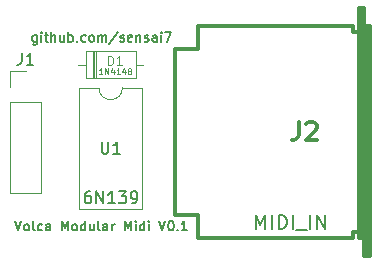
<source format=gbr>
G04 #@! TF.GenerationSoftware,KiCad,Pcbnew,(5.0.2)-1*
G04 #@! TF.CreationDate,2019-05-06T18:21:16+02:00*
G04 #@! TF.ProjectId,VolcaModularMidi,566f6c63-614d-46f6-9475-6c61724d6964,rev?*
G04 #@! TF.SameCoordinates,Original*
G04 #@! TF.FileFunction,Legend,Top*
G04 #@! TF.FilePolarity,Positive*
%FSLAX46Y46*%
G04 Gerber Fmt 4.6, Leading zero omitted, Abs format (unit mm)*
G04 Created by KiCad (PCBNEW (5.0.2)-1) date 06/05/2019 18:21:16*
%MOMM*%
%LPD*%
G01*
G04 APERTURE LIST*
%ADD10C,0.150000*%
%ADD11C,0.120000*%
%ADD12C,0.304800*%
%ADD13C,0.200000*%
%ADD14C,0.100000*%
G04 APERTURE END LIST*
D10*
X117985714Y-123161904D02*
X118252380Y-123961904D01*
X118519047Y-123161904D01*
X118900000Y-123961904D02*
X118823809Y-123923809D01*
X118785714Y-123885714D01*
X118747619Y-123809523D01*
X118747619Y-123580952D01*
X118785714Y-123504761D01*
X118823809Y-123466666D01*
X118900000Y-123428571D01*
X119014285Y-123428571D01*
X119090476Y-123466666D01*
X119128571Y-123504761D01*
X119166666Y-123580952D01*
X119166666Y-123809523D01*
X119128571Y-123885714D01*
X119090476Y-123923809D01*
X119014285Y-123961904D01*
X118900000Y-123961904D01*
X119623809Y-123961904D02*
X119547619Y-123923809D01*
X119509523Y-123847619D01*
X119509523Y-123161904D01*
X120271428Y-123923809D02*
X120195238Y-123961904D01*
X120042857Y-123961904D01*
X119966666Y-123923809D01*
X119928571Y-123885714D01*
X119890476Y-123809523D01*
X119890476Y-123580952D01*
X119928571Y-123504761D01*
X119966666Y-123466666D01*
X120042857Y-123428571D01*
X120195238Y-123428571D01*
X120271428Y-123466666D01*
X120957142Y-123961904D02*
X120957142Y-123542857D01*
X120919047Y-123466666D01*
X120842857Y-123428571D01*
X120690476Y-123428571D01*
X120614285Y-123466666D01*
X120957142Y-123923809D02*
X120880952Y-123961904D01*
X120690476Y-123961904D01*
X120614285Y-123923809D01*
X120576190Y-123847619D01*
X120576190Y-123771428D01*
X120614285Y-123695238D01*
X120690476Y-123657142D01*
X120880952Y-123657142D01*
X120957142Y-123619047D01*
X121947619Y-123961904D02*
X121947619Y-123161904D01*
X122214285Y-123733333D01*
X122480952Y-123161904D01*
X122480952Y-123961904D01*
X122976190Y-123961904D02*
X122900000Y-123923809D01*
X122861904Y-123885714D01*
X122823809Y-123809523D01*
X122823809Y-123580952D01*
X122861904Y-123504761D01*
X122900000Y-123466666D01*
X122976190Y-123428571D01*
X123090476Y-123428571D01*
X123166666Y-123466666D01*
X123204761Y-123504761D01*
X123242857Y-123580952D01*
X123242857Y-123809523D01*
X123204761Y-123885714D01*
X123166666Y-123923809D01*
X123090476Y-123961904D01*
X122976190Y-123961904D01*
X123928571Y-123961904D02*
X123928571Y-123161904D01*
X123928571Y-123923809D02*
X123852380Y-123961904D01*
X123700000Y-123961904D01*
X123623809Y-123923809D01*
X123585714Y-123885714D01*
X123547619Y-123809523D01*
X123547619Y-123580952D01*
X123585714Y-123504761D01*
X123623809Y-123466666D01*
X123700000Y-123428571D01*
X123852380Y-123428571D01*
X123928571Y-123466666D01*
X124652380Y-123428571D02*
X124652380Y-123961904D01*
X124309523Y-123428571D02*
X124309523Y-123847619D01*
X124347619Y-123923809D01*
X124423809Y-123961904D01*
X124538095Y-123961904D01*
X124614285Y-123923809D01*
X124652380Y-123885714D01*
X125147619Y-123961904D02*
X125071428Y-123923809D01*
X125033333Y-123847619D01*
X125033333Y-123161904D01*
X125795238Y-123961904D02*
X125795238Y-123542857D01*
X125757142Y-123466666D01*
X125680952Y-123428571D01*
X125528571Y-123428571D01*
X125452380Y-123466666D01*
X125795238Y-123923809D02*
X125719047Y-123961904D01*
X125528571Y-123961904D01*
X125452380Y-123923809D01*
X125414285Y-123847619D01*
X125414285Y-123771428D01*
X125452380Y-123695238D01*
X125528571Y-123657142D01*
X125719047Y-123657142D01*
X125795238Y-123619047D01*
X126176190Y-123961904D02*
X126176190Y-123428571D01*
X126176190Y-123580952D02*
X126214285Y-123504761D01*
X126252380Y-123466666D01*
X126328571Y-123428571D01*
X126404761Y-123428571D01*
X127280952Y-123961904D02*
X127280952Y-123161904D01*
X127547619Y-123733333D01*
X127814285Y-123161904D01*
X127814285Y-123961904D01*
X128195238Y-123961904D02*
X128195238Y-123428571D01*
X128195238Y-123161904D02*
X128157142Y-123200000D01*
X128195238Y-123238095D01*
X128233333Y-123200000D01*
X128195238Y-123161904D01*
X128195238Y-123238095D01*
X128919047Y-123961904D02*
X128919047Y-123161904D01*
X128919047Y-123923809D02*
X128842857Y-123961904D01*
X128690476Y-123961904D01*
X128614285Y-123923809D01*
X128576190Y-123885714D01*
X128538095Y-123809523D01*
X128538095Y-123580952D01*
X128576190Y-123504761D01*
X128614285Y-123466666D01*
X128690476Y-123428571D01*
X128842857Y-123428571D01*
X128919047Y-123466666D01*
X129300000Y-123961904D02*
X129300000Y-123428571D01*
X129300000Y-123161904D02*
X129261904Y-123200000D01*
X129300000Y-123238095D01*
X129338095Y-123200000D01*
X129300000Y-123161904D01*
X129300000Y-123238095D01*
X130176190Y-123161904D02*
X130442857Y-123961904D01*
X130709523Y-123161904D01*
X131128571Y-123161904D02*
X131204761Y-123161904D01*
X131280952Y-123200000D01*
X131319047Y-123238095D01*
X131357142Y-123314285D01*
X131395238Y-123466666D01*
X131395238Y-123657142D01*
X131357142Y-123809523D01*
X131319047Y-123885714D01*
X131280952Y-123923809D01*
X131204761Y-123961904D01*
X131128571Y-123961904D01*
X131052380Y-123923809D01*
X131014285Y-123885714D01*
X130976190Y-123809523D01*
X130938095Y-123657142D01*
X130938095Y-123466666D01*
X130976190Y-123314285D01*
X131014285Y-123238095D01*
X131052380Y-123200000D01*
X131128571Y-123161904D01*
X131738095Y-123885714D02*
X131776190Y-123923809D01*
X131738095Y-123961904D01*
X131700000Y-123923809D01*
X131738095Y-123885714D01*
X131738095Y-123961904D01*
X132538095Y-123961904D02*
X132080952Y-123961904D01*
X132309523Y-123961904D02*
X132309523Y-123161904D01*
X132233333Y-123276190D01*
X132157142Y-123352380D01*
X132080952Y-123390476D01*
X119833333Y-107428571D02*
X119833333Y-108076190D01*
X119795238Y-108152380D01*
X119757142Y-108190476D01*
X119680952Y-108228571D01*
X119566666Y-108228571D01*
X119490476Y-108190476D01*
X119833333Y-107923809D02*
X119757142Y-107961904D01*
X119604761Y-107961904D01*
X119528571Y-107923809D01*
X119490476Y-107885714D01*
X119452380Y-107809523D01*
X119452380Y-107580952D01*
X119490476Y-107504761D01*
X119528571Y-107466666D01*
X119604761Y-107428571D01*
X119757142Y-107428571D01*
X119833333Y-107466666D01*
X120214285Y-107961904D02*
X120214285Y-107428571D01*
X120214285Y-107161904D02*
X120176190Y-107200000D01*
X120214285Y-107238095D01*
X120252380Y-107200000D01*
X120214285Y-107161904D01*
X120214285Y-107238095D01*
X120480952Y-107428571D02*
X120785714Y-107428571D01*
X120595238Y-107161904D02*
X120595238Y-107847619D01*
X120633333Y-107923809D01*
X120709523Y-107961904D01*
X120785714Y-107961904D01*
X121052380Y-107961904D02*
X121052380Y-107161904D01*
X121395238Y-107961904D02*
X121395238Y-107542857D01*
X121357142Y-107466666D01*
X121280952Y-107428571D01*
X121166666Y-107428571D01*
X121090476Y-107466666D01*
X121052380Y-107504761D01*
X122119047Y-107428571D02*
X122119047Y-107961904D01*
X121776190Y-107428571D02*
X121776190Y-107847619D01*
X121814285Y-107923809D01*
X121890476Y-107961904D01*
X122004761Y-107961904D01*
X122080952Y-107923809D01*
X122119047Y-107885714D01*
X122500000Y-107961904D02*
X122500000Y-107161904D01*
X122500000Y-107466666D02*
X122576190Y-107428571D01*
X122728571Y-107428571D01*
X122804761Y-107466666D01*
X122842857Y-107504761D01*
X122880952Y-107580952D01*
X122880952Y-107809523D01*
X122842857Y-107885714D01*
X122804761Y-107923809D01*
X122728571Y-107961904D01*
X122576190Y-107961904D01*
X122500000Y-107923809D01*
X123223809Y-107885714D02*
X123261904Y-107923809D01*
X123223809Y-107961904D01*
X123185714Y-107923809D01*
X123223809Y-107885714D01*
X123223809Y-107961904D01*
X123947619Y-107923809D02*
X123871428Y-107961904D01*
X123719047Y-107961904D01*
X123642857Y-107923809D01*
X123604761Y-107885714D01*
X123566666Y-107809523D01*
X123566666Y-107580952D01*
X123604761Y-107504761D01*
X123642857Y-107466666D01*
X123719047Y-107428571D01*
X123871428Y-107428571D01*
X123947619Y-107466666D01*
X124404761Y-107961904D02*
X124328571Y-107923809D01*
X124290476Y-107885714D01*
X124252380Y-107809523D01*
X124252380Y-107580952D01*
X124290476Y-107504761D01*
X124328571Y-107466666D01*
X124404761Y-107428571D01*
X124519047Y-107428571D01*
X124595238Y-107466666D01*
X124633333Y-107504761D01*
X124671428Y-107580952D01*
X124671428Y-107809523D01*
X124633333Y-107885714D01*
X124595238Y-107923809D01*
X124519047Y-107961904D01*
X124404761Y-107961904D01*
X125014285Y-107961904D02*
X125014285Y-107428571D01*
X125014285Y-107504761D02*
X125052380Y-107466666D01*
X125128571Y-107428571D01*
X125242857Y-107428571D01*
X125319047Y-107466666D01*
X125357142Y-107542857D01*
X125357142Y-107961904D01*
X125357142Y-107542857D02*
X125395238Y-107466666D01*
X125471428Y-107428571D01*
X125585714Y-107428571D01*
X125661904Y-107466666D01*
X125700000Y-107542857D01*
X125700000Y-107961904D01*
X126652380Y-107123809D02*
X125966666Y-108152380D01*
X126880952Y-107923809D02*
X126957142Y-107961904D01*
X127109523Y-107961904D01*
X127185714Y-107923809D01*
X127223809Y-107847619D01*
X127223809Y-107809523D01*
X127185714Y-107733333D01*
X127109523Y-107695238D01*
X126995238Y-107695238D01*
X126919047Y-107657142D01*
X126880952Y-107580952D01*
X126880952Y-107542857D01*
X126919047Y-107466666D01*
X126995238Y-107428571D01*
X127109523Y-107428571D01*
X127185714Y-107466666D01*
X127871428Y-107923809D02*
X127795238Y-107961904D01*
X127642857Y-107961904D01*
X127566666Y-107923809D01*
X127528571Y-107847619D01*
X127528571Y-107542857D01*
X127566666Y-107466666D01*
X127642857Y-107428571D01*
X127795238Y-107428571D01*
X127871428Y-107466666D01*
X127909523Y-107542857D01*
X127909523Y-107619047D01*
X127528571Y-107695238D01*
X128252380Y-107428571D02*
X128252380Y-107961904D01*
X128252380Y-107504761D02*
X128290476Y-107466666D01*
X128366666Y-107428571D01*
X128480952Y-107428571D01*
X128557142Y-107466666D01*
X128595238Y-107542857D01*
X128595238Y-107961904D01*
X128938095Y-107923809D02*
X129014285Y-107961904D01*
X129166666Y-107961904D01*
X129242857Y-107923809D01*
X129280952Y-107847619D01*
X129280952Y-107809523D01*
X129242857Y-107733333D01*
X129166666Y-107695238D01*
X129052380Y-107695238D01*
X128976190Y-107657142D01*
X128938095Y-107580952D01*
X128938095Y-107542857D01*
X128976190Y-107466666D01*
X129052380Y-107428571D01*
X129166666Y-107428571D01*
X129242857Y-107466666D01*
X129966666Y-107961904D02*
X129966666Y-107542857D01*
X129928571Y-107466666D01*
X129852380Y-107428571D01*
X129700000Y-107428571D01*
X129623809Y-107466666D01*
X129966666Y-107923809D02*
X129890476Y-107961904D01*
X129700000Y-107961904D01*
X129623809Y-107923809D01*
X129585714Y-107847619D01*
X129585714Y-107771428D01*
X129623809Y-107695238D01*
X129700000Y-107657142D01*
X129890476Y-107657142D01*
X129966666Y-107619047D01*
X130347619Y-107961904D02*
X130347619Y-107428571D01*
X130347619Y-107161904D02*
X130309523Y-107200000D01*
X130347619Y-107238095D01*
X130385714Y-107200000D01*
X130347619Y-107161904D01*
X130347619Y-107238095D01*
X130652380Y-107161904D02*
X131185714Y-107161904D01*
X130842857Y-107961904D01*
D11*
G04 #@! TO.C,J1*
X117531596Y-120763550D02*
X120191596Y-120763550D01*
X117531596Y-113083550D02*
X117531596Y-120763550D01*
X120191596Y-113083550D02*
X120191596Y-120763550D01*
X117531596Y-113083550D02*
X120191596Y-113083550D01*
X117531596Y-111813550D02*
X117531596Y-110483550D01*
X117531596Y-110483550D02*
X118861596Y-110483550D01*
G04 #@! TO.C,U1*
X127071596Y-111883550D02*
G75*
G02X125071596Y-111883550I-1000000J0D01*
G01*
X125071596Y-111883550D02*
X123421596Y-111883550D01*
X123421596Y-111883550D02*
X123421596Y-122163550D01*
X123421596Y-122163550D02*
X128721596Y-122163550D01*
X128721596Y-122163550D02*
X128721596Y-111883550D01*
X128721596Y-111883550D02*
X127071596Y-111883550D01*
D12*
G04 #@! TO.C,J2*
X147311896Y-124612770D02*
X147311896Y-105113190D01*
X147560816Y-106614330D02*
X147560816Y-124612770D01*
X147812276Y-126113910D02*
X147812276Y-106614330D01*
X133481596Y-124612770D02*
X146562596Y-124612770D01*
X131561356Y-122613550D02*
X131561356Y-108613550D01*
X133481596Y-106614330D02*
X146562596Y-106614330D01*
X147560816Y-105113190D02*
X147560816Y-106614330D01*
X147560816Y-106614330D02*
X148061196Y-106614330D01*
X148061196Y-106614330D02*
X148061196Y-126113910D01*
X147560816Y-126113910D02*
X147560816Y-124612770D01*
X147560816Y-124612770D02*
X147060436Y-124612770D01*
X147060436Y-124612770D02*
X147060436Y-105113190D01*
X146562596Y-106614330D02*
X146562596Y-107114710D01*
X146562596Y-124612770D02*
X146562596Y-124112390D01*
X147060436Y-107114710D02*
X146562596Y-107114710D01*
X146562596Y-124112390D02*
X147060436Y-124112390D01*
X148061196Y-126113910D02*
X147560816Y-126113910D01*
X147060436Y-105113190D02*
X147560816Y-105113190D01*
X133461356Y-124603550D02*
X133461356Y-122613550D01*
X133461356Y-108603550D02*
X133461356Y-106613550D01*
X133451596Y-122613790D02*
X131561596Y-122613790D01*
X133451596Y-108613790D02*
X131561596Y-108613790D01*
D11*
G04 #@! TO.C,D1*
X123951596Y-108793550D02*
X123951596Y-111033550D01*
X123951596Y-111033550D02*
X128191596Y-111033550D01*
X128191596Y-111033550D02*
X128191596Y-108793550D01*
X128191596Y-108793550D02*
X123951596Y-108793550D01*
X123301596Y-109913550D02*
X123951596Y-109913550D01*
X128841596Y-109913550D02*
X128191596Y-109913550D01*
X124671596Y-108793550D02*
X124671596Y-111033550D01*
X124791596Y-108793550D02*
X124791596Y-111033550D01*
X124551596Y-108793550D02*
X124551596Y-111033550D01*
G04 #@! TO.C,J1*
D10*
X118528262Y-108935930D02*
X118528262Y-109650216D01*
X118480643Y-109793073D01*
X118385405Y-109888311D01*
X118242548Y-109935930D01*
X118147310Y-109935930D01*
X119528262Y-109935930D02*
X118956834Y-109935930D01*
X119242548Y-109935930D02*
X119242548Y-108935930D01*
X119147310Y-109078788D01*
X119052072Y-109174026D01*
X118956834Y-109221645D01*
G04 #@! TO.C,U1*
X125309691Y-116452380D02*
X125309691Y-117261904D01*
X125357310Y-117357142D01*
X125404929Y-117404761D01*
X125500167Y-117452380D01*
X125690643Y-117452380D01*
X125785881Y-117404761D01*
X125833500Y-117357142D01*
X125881119Y-117261904D01*
X125881119Y-116452380D01*
X126881119Y-117452380D02*
X126309691Y-117452380D01*
X126595405Y-117452380D02*
X126595405Y-116452380D01*
X126500167Y-116595238D01*
X126404929Y-116690476D01*
X126309691Y-116738095D01*
X124338095Y-120652380D02*
X124147619Y-120652380D01*
X124052380Y-120700000D01*
X124004761Y-120747619D01*
X123909523Y-120890476D01*
X123861904Y-121080952D01*
X123861904Y-121461904D01*
X123909523Y-121557142D01*
X123957142Y-121604761D01*
X124052380Y-121652380D01*
X124242857Y-121652380D01*
X124338095Y-121604761D01*
X124385714Y-121557142D01*
X124433333Y-121461904D01*
X124433333Y-121223809D01*
X124385714Y-121128571D01*
X124338095Y-121080952D01*
X124242857Y-121033333D01*
X124052380Y-121033333D01*
X123957142Y-121080952D01*
X123909523Y-121128571D01*
X123861904Y-121223809D01*
X124861904Y-121652380D02*
X124861904Y-120652380D01*
X125433333Y-121652380D01*
X125433333Y-120652380D01*
X126433333Y-121652380D02*
X125861904Y-121652380D01*
X126147619Y-121652380D02*
X126147619Y-120652380D01*
X126052380Y-120795238D01*
X125957142Y-120890476D01*
X125861904Y-120938095D01*
X126766666Y-120652380D02*
X127385714Y-120652380D01*
X127052380Y-121033333D01*
X127195238Y-121033333D01*
X127290476Y-121080952D01*
X127338095Y-121128571D01*
X127385714Y-121223809D01*
X127385714Y-121461904D01*
X127338095Y-121557142D01*
X127290476Y-121604761D01*
X127195238Y-121652380D01*
X126909523Y-121652380D01*
X126814285Y-121604761D01*
X126766666Y-121557142D01*
X127861904Y-121652380D02*
X128052380Y-121652380D01*
X128147619Y-121604761D01*
X128195238Y-121557142D01*
X128290476Y-121414285D01*
X128338095Y-121223809D01*
X128338095Y-120842857D01*
X128290476Y-120747619D01*
X128242857Y-120700000D01*
X128147619Y-120652380D01*
X127957142Y-120652380D01*
X127861904Y-120700000D01*
X127814285Y-120747619D01*
X127766666Y-120842857D01*
X127766666Y-121080952D01*
X127814285Y-121176190D01*
X127861904Y-121223809D01*
X127957142Y-121271428D01*
X128147619Y-121271428D01*
X128242857Y-121223809D01*
X128290476Y-121176190D01*
X128338095Y-121080952D01*
G04 #@! TO.C,J2*
D12*
X141992000Y-114765428D02*
X141992000Y-115854000D01*
X141919428Y-116071714D01*
X141774285Y-116216857D01*
X141556571Y-116289428D01*
X141411428Y-116289428D01*
X142645142Y-114910571D02*
X142717714Y-114838000D01*
X142862857Y-114765428D01*
X143225714Y-114765428D01*
X143370857Y-114838000D01*
X143443428Y-114910571D01*
X143516000Y-115055714D01*
X143516000Y-115200857D01*
X143443428Y-115418571D01*
X142572571Y-116289428D01*
X143516000Y-116289428D01*
D13*
X138357142Y-123842857D02*
X138357142Y-122642857D01*
X138757142Y-123500000D01*
X139157142Y-122642857D01*
X139157142Y-123842857D01*
X139728571Y-123842857D02*
X139728571Y-122642857D01*
X140300000Y-123842857D02*
X140300000Y-122642857D01*
X140585714Y-122642857D01*
X140757142Y-122700000D01*
X140871428Y-122814285D01*
X140928571Y-122928571D01*
X140985714Y-123157142D01*
X140985714Y-123328571D01*
X140928571Y-123557142D01*
X140871428Y-123671428D01*
X140757142Y-123785714D01*
X140585714Y-123842857D01*
X140300000Y-123842857D01*
X141500000Y-123842857D02*
X141500000Y-122642857D01*
X141785714Y-123957142D02*
X142700000Y-123957142D01*
X142985714Y-123842857D02*
X142985714Y-122642857D01*
X143557142Y-123842857D02*
X143557142Y-122642857D01*
X144242857Y-123842857D01*
X144242857Y-122642857D01*
G04 #@! TO.C,D1*
D11*
X125809523Y-109961904D02*
X125809523Y-109161904D01*
X126000000Y-109161904D01*
X126114285Y-109200000D01*
X126190476Y-109276190D01*
X126228571Y-109352380D01*
X126266666Y-109504761D01*
X126266666Y-109619047D01*
X126228571Y-109771428D01*
X126190476Y-109847619D01*
X126114285Y-109923809D01*
X126000000Y-109961904D01*
X125809523Y-109961904D01*
X127028571Y-109961904D02*
X126571428Y-109961904D01*
X126800000Y-109961904D02*
X126800000Y-109161904D01*
X126723809Y-109276190D01*
X126647619Y-109352380D01*
X126571428Y-109390476D01*
D14*
X125378571Y-110726190D02*
X125092857Y-110726190D01*
X125235714Y-110726190D02*
X125235714Y-110226190D01*
X125188095Y-110297619D01*
X125140476Y-110345238D01*
X125092857Y-110369047D01*
X125592857Y-110726190D02*
X125592857Y-110226190D01*
X125878571Y-110726190D01*
X125878571Y-110226190D01*
X126330952Y-110392857D02*
X126330952Y-110726190D01*
X126211904Y-110202380D02*
X126092857Y-110559523D01*
X126402380Y-110559523D01*
X126854761Y-110726190D02*
X126569047Y-110726190D01*
X126711904Y-110726190D02*
X126711904Y-110226190D01*
X126664285Y-110297619D01*
X126616666Y-110345238D01*
X126569047Y-110369047D01*
X127283333Y-110392857D02*
X127283333Y-110726190D01*
X127164285Y-110202380D02*
X127045238Y-110559523D01*
X127354761Y-110559523D01*
X127616666Y-110440476D02*
X127569047Y-110416666D01*
X127545238Y-110392857D01*
X127521428Y-110345238D01*
X127521428Y-110321428D01*
X127545238Y-110273809D01*
X127569047Y-110250000D01*
X127616666Y-110226190D01*
X127711904Y-110226190D01*
X127759523Y-110250000D01*
X127783333Y-110273809D01*
X127807142Y-110321428D01*
X127807142Y-110345238D01*
X127783333Y-110392857D01*
X127759523Y-110416666D01*
X127711904Y-110440476D01*
X127616666Y-110440476D01*
X127569047Y-110464285D01*
X127545238Y-110488095D01*
X127521428Y-110535714D01*
X127521428Y-110630952D01*
X127545238Y-110678571D01*
X127569047Y-110702380D01*
X127616666Y-110726190D01*
X127711904Y-110726190D01*
X127759523Y-110702380D01*
X127783333Y-110678571D01*
X127807142Y-110630952D01*
X127807142Y-110535714D01*
X127783333Y-110488095D01*
X127759523Y-110464285D01*
X127711904Y-110440476D01*
G04 #@! TD*
M02*

</source>
